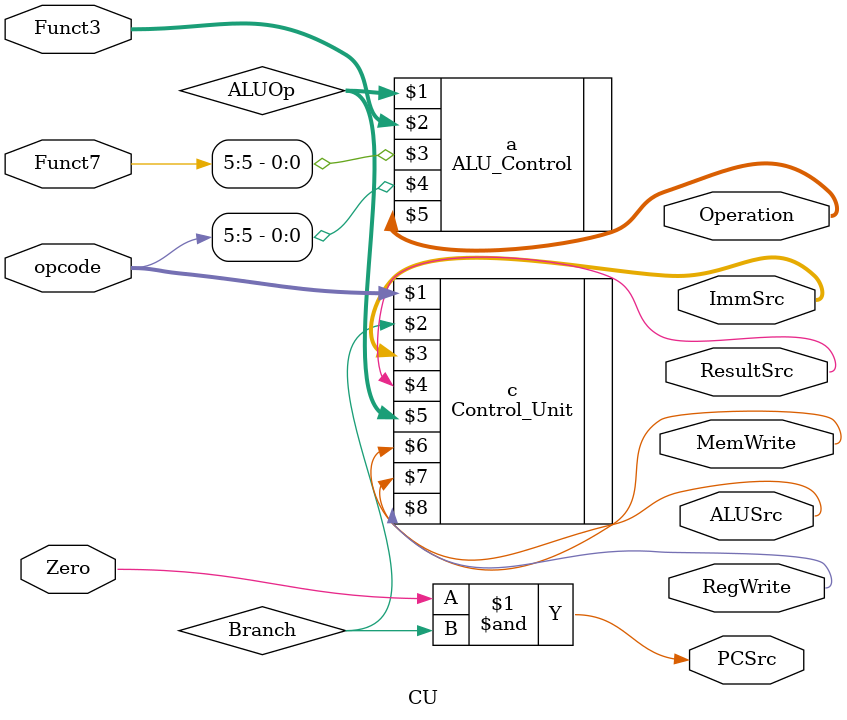
<source format=v>
module CU(Zero , opcode , Funct3 , Funct7 , PCSrc , ResultSrc , MemWrite , ALUSrc , ImmSrc , RegWrite , Operation);
input Zero;
input [6:0] opcode ,Funct7;
input [2:0] Funct3;
output  PCSrc , ResultSrc , MemWrite , ALUSrc , RegWrite;
output  [1:0] ImmSrc;
output  [2:0] Operation;
wire Branch;
wire [1:0] ALUOp;
Control_Unit c(opcode , Branch , ImmSrc , ResultSrc , ALUOp , MemWrite , ALUSrc , RegWrite);
ALU_Control  a(ALUOp , Funct3 , Funct7[5] , opcode[5] , Operation);
assign PCSrc = Zero & Branch;
endmodule

</source>
